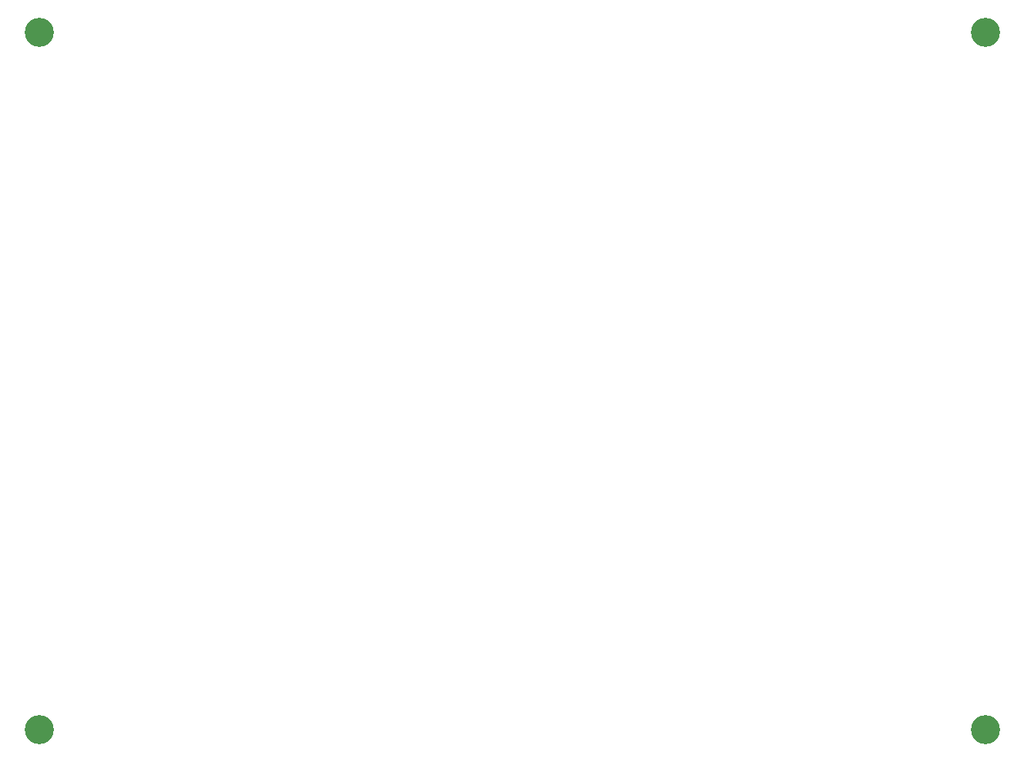
<source format=gbr>
%TF.GenerationSoftware,Altium Limited,Altium Designer,23.5.1 (21)*%
G04 Layer_Color=0*
%FSLAX45Y45*%
%MOMM*%
%TF.SameCoordinates,DF551FB5-6F85-4ABD-ABAF-5ACF3DF1BB5E*%
%TF.FilePolarity,Positive*%
%TF.FileFunction,NonPlated,1,4,NPTH,Drill*%
%TF.Part,Single*%
G01*
G75*
%TA.AperFunction,OtherDrill,Pad Free-2 (9mm,83.9mm)*%
%ADD179C,3.20000*%
%TA.AperFunction,OtherDrill,Pad Free-2 (9mm,7.3mm)*%
%ADD180C,3.20000*%
%TA.AperFunction,OtherDrill,Pad Free-2 (113mm,7.3mm)*%
%ADD181C,3.20000*%
%TA.AperFunction,OtherDrill,Pad Free-2 (113mm,83.9mm)*%
%ADD182C,3.20000*%
D179*
X900002Y8390002D02*
D03*
D180*
Y730001D02*
D03*
D181*
X11300002D02*
D03*
D182*
Y8390002D02*
D03*
%TF.MD5,bb3d435abc3202599ef59332c63d2e3c*%
M02*

</source>
